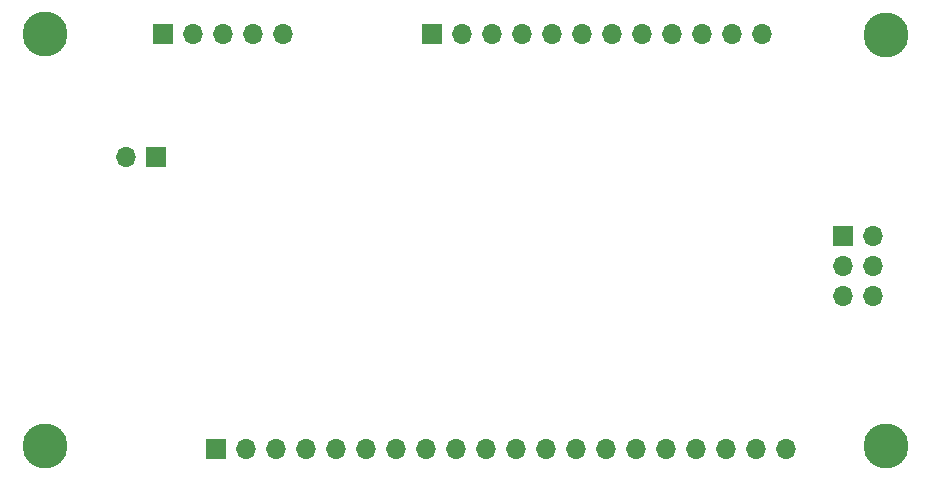
<source format=gbs>
%TF.GenerationSoftware,KiCad,Pcbnew,(5.1.12)-1*%
%TF.CreationDate,2022-04-21T18:08:35-07:00*%
%TF.ProjectId,ATMega809 Breakout,41544d65-6761-4383-9039-20427265616b,rev?*%
%TF.SameCoordinates,Original*%
%TF.FileFunction,Soldermask,Bot*%
%TF.FilePolarity,Negative*%
%FSLAX46Y46*%
G04 Gerber Fmt 4.6, Leading zero omitted, Abs format (unit mm)*
G04 Created by KiCad (PCBNEW (5.1.12)-1) date 2022-04-21 18:08:35*
%MOMM*%
%LPD*%
G01*
G04 APERTURE LIST*
%ADD10O,1.700000X1.700000*%
%ADD11R,1.700000X1.700000*%
%ADD12C,3.800000*%
G04 APERTURE END LIST*
D10*
%TO.C,J4*%
X164338000Y-35560000D03*
X161798000Y-35560000D03*
X159258000Y-35560000D03*
X156718000Y-35560000D03*
X154178000Y-35560000D03*
X151638000Y-35560000D03*
X149098000Y-35560000D03*
X146558000Y-35560000D03*
X144018000Y-35560000D03*
X141478000Y-35560000D03*
X138938000Y-35560000D03*
D11*
X136398000Y-35560000D03*
%TD*%
D10*
%TO.C,J3*%
X166370000Y-70739000D03*
X163830000Y-70739000D03*
X161290000Y-70739000D03*
X158750000Y-70739000D03*
X156210000Y-70739000D03*
X153670000Y-70739000D03*
X151130000Y-70739000D03*
X148590000Y-70739000D03*
X146050000Y-70739000D03*
X143510000Y-70739000D03*
X140970000Y-70739000D03*
X138430000Y-70739000D03*
X135890000Y-70739000D03*
X133350000Y-70739000D03*
X130810000Y-70739000D03*
X128270000Y-70739000D03*
X125730000Y-70739000D03*
X123190000Y-70739000D03*
X120650000Y-70739000D03*
D11*
X118110000Y-70739000D03*
%TD*%
D10*
%TO.C,J2*%
X123825000Y-35560000D03*
X121285000Y-35560000D03*
X118745000Y-35560000D03*
X116205000Y-35560000D03*
D11*
X113665000Y-35560000D03*
%TD*%
D12*
%TO.C,H4*%
X103632000Y-35560000D03*
%TD*%
%TO.C,H3*%
X103632000Y-70485000D03*
%TD*%
%TO.C,H2*%
X174879000Y-70485000D03*
%TD*%
%TO.C,H1*%
X174879000Y-35687000D03*
%TD*%
D10*
%TO.C,J5*%
X173736000Y-57785000D03*
X171196000Y-57785000D03*
X173736000Y-55245000D03*
X171196000Y-55245000D03*
X173736000Y-52705000D03*
D11*
X171196000Y-52705000D03*
%TD*%
D10*
%TO.C,JP1*%
X110490000Y-45974000D03*
D11*
X113030000Y-45974000D03*
%TD*%
M02*

</source>
